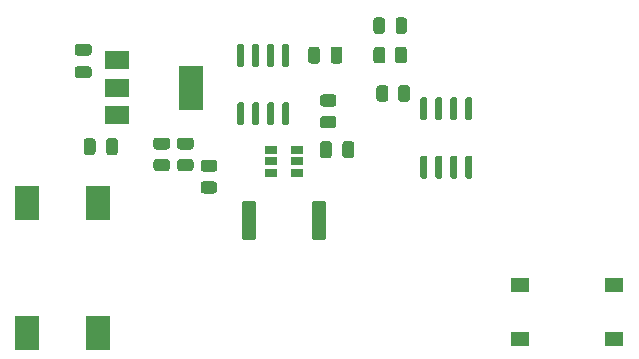
<source format=gbr>
%TF.GenerationSoftware,KiCad,Pcbnew,5.99.0+really5.1.10+dfsg1-1*%
%TF.CreationDate,2022-02-08T15:36:29-05:00*%
%TF.ProjectId,hotwire-lite,686f7477-6972-4652-9d6c-6974652e6b69,rev?*%
%TF.SameCoordinates,Original*%
%TF.FileFunction,Paste,Top*%
%TF.FilePolarity,Positive*%
%FSLAX46Y46*%
G04 Gerber Fmt 4.6, Leading zero omitted, Abs format (unit mm)*
G04 Created by KiCad (PCBNEW 5.99.0+really5.1.10+dfsg1-1) date 2022-02-08 15:36:29*
%MOMM*%
%LPD*%
G01*
G04 APERTURE LIST*
%ADD10R,2.000000X3.800000*%
%ADD11R,2.000000X1.500000*%
%ADD12R,2.000000X3.000000*%
%ADD13R,1.060000X0.650000*%
%ADD14R,1.550000X1.300000*%
G04 APERTURE END LIST*
%TO.C,C1*%
G36*
G01*
X76800000Y-70275000D02*
X76800000Y-71225000D01*
G75*
G02*
X76550000Y-71475000I-250000J0D01*
G01*
X76050000Y-71475000D01*
G75*
G02*
X75800000Y-71225000I0J250000D01*
G01*
X75800000Y-70275000D01*
G75*
G02*
X76050000Y-70025000I250000J0D01*
G01*
X76550000Y-70025000D01*
G75*
G02*
X76800000Y-70275000I0J-250000D01*
G01*
G37*
G36*
G01*
X78700000Y-70275000D02*
X78700000Y-71225000D01*
G75*
G02*
X78450000Y-71475000I-250000J0D01*
G01*
X77950000Y-71475000D01*
G75*
G02*
X77700000Y-71225000I0J250000D01*
G01*
X77700000Y-70275000D01*
G75*
G02*
X77950000Y-70025000I250000J0D01*
G01*
X78450000Y-70025000D01*
G75*
G02*
X78700000Y-70275000I0J-250000D01*
G01*
G37*
%TD*%
%TO.C,R6*%
G36*
G01*
X102400000Y-66700002D02*
X102400000Y-65799998D01*
G75*
G02*
X102649998Y-65550000I249998J0D01*
G01*
X103175002Y-65550000D01*
G75*
G02*
X103425000Y-65799998I0J-249998D01*
G01*
X103425000Y-66700002D01*
G75*
G02*
X103175002Y-66950000I-249998J0D01*
G01*
X102649998Y-66950000D01*
G75*
G02*
X102400000Y-66700002I0J249998D01*
G01*
G37*
G36*
G01*
X100575000Y-66700002D02*
X100575000Y-65799998D01*
G75*
G02*
X100824998Y-65550000I249998J0D01*
G01*
X101350002Y-65550000D01*
G75*
G02*
X101600000Y-65799998I0J-249998D01*
G01*
X101600000Y-66700002D01*
G75*
G02*
X101350002Y-66950000I-249998J0D01*
G01*
X100824998Y-66950000D01*
G75*
G02*
X100575000Y-66700002I0J249998D01*
G01*
G37*
%TD*%
%TO.C,R3*%
G36*
G01*
X85949998Y-73687500D02*
X86850002Y-73687500D01*
G75*
G02*
X87100000Y-73937498I0J-249998D01*
G01*
X87100000Y-74462502D01*
G75*
G02*
X86850002Y-74712500I-249998J0D01*
G01*
X85949998Y-74712500D01*
G75*
G02*
X85700000Y-74462502I0J249998D01*
G01*
X85700000Y-73937498D01*
G75*
G02*
X85949998Y-73687500I249998J0D01*
G01*
G37*
G36*
G01*
X85949998Y-71862500D02*
X86850002Y-71862500D01*
G75*
G02*
X87100000Y-72112498I0J-249998D01*
G01*
X87100000Y-72637502D01*
G75*
G02*
X86850002Y-72887500I-249998J0D01*
G01*
X85949998Y-72887500D01*
G75*
G02*
X85700000Y-72637502I0J249998D01*
G01*
X85700000Y-72112498D01*
G75*
G02*
X85949998Y-71862500I249998J0D01*
G01*
G37*
%TD*%
D10*
%TO.C,U1*%
X84900000Y-65750000D03*
D11*
X78600000Y-65750000D03*
X78600000Y-68050000D03*
X78600000Y-63450000D03*
%TD*%
%TO.C,R4*%
G36*
G01*
X101350000Y-62549998D02*
X101350000Y-63450002D01*
G75*
G02*
X101100002Y-63700000I-249998J0D01*
G01*
X100574998Y-63700000D01*
G75*
G02*
X100325000Y-63450002I0J249998D01*
G01*
X100325000Y-62549998D01*
G75*
G02*
X100574998Y-62300000I249998J0D01*
G01*
X101100002Y-62300000D01*
G75*
G02*
X101350000Y-62549998I0J-249998D01*
G01*
G37*
G36*
G01*
X103175000Y-62549998D02*
X103175000Y-63450002D01*
G75*
G02*
X102925002Y-63700000I-249998J0D01*
G01*
X102399998Y-63700000D01*
G75*
G02*
X102150000Y-63450002I0J249998D01*
G01*
X102150000Y-62549998D01*
G75*
G02*
X102399998Y-62300000I249998J0D01*
G01*
X102925002Y-62300000D01*
G75*
G02*
X103175000Y-62549998I0J-249998D01*
G01*
G37*
%TD*%
%TO.C,R5*%
G36*
G01*
X96950002Y-67350000D02*
X96049998Y-67350000D01*
G75*
G02*
X95800000Y-67100002I0J249998D01*
G01*
X95800000Y-66574998D01*
G75*
G02*
X96049998Y-66325000I249998J0D01*
G01*
X96950002Y-66325000D01*
G75*
G02*
X97200000Y-66574998I0J-249998D01*
G01*
X97200000Y-67100002D01*
G75*
G02*
X96950002Y-67350000I-249998J0D01*
G01*
G37*
G36*
G01*
X96950002Y-69175000D02*
X96049998Y-69175000D01*
G75*
G02*
X95800000Y-68925002I0J249998D01*
G01*
X95800000Y-68399998D01*
G75*
G02*
X96049998Y-68150000I249998J0D01*
G01*
X96950002Y-68150000D01*
G75*
G02*
X97200000Y-68399998I0J-249998D01*
G01*
X97200000Y-68925002D01*
G75*
G02*
X96950002Y-69175000I-249998J0D01*
G01*
G37*
%TD*%
%TO.C,R2*%
G36*
G01*
X83949998Y-71800000D02*
X84850002Y-71800000D01*
G75*
G02*
X85100000Y-72049998I0J-249998D01*
G01*
X85100000Y-72575002D01*
G75*
G02*
X84850002Y-72825000I-249998J0D01*
G01*
X83949998Y-72825000D01*
G75*
G02*
X83700000Y-72575002I0J249998D01*
G01*
X83700000Y-72049998D01*
G75*
G02*
X83949998Y-71800000I249998J0D01*
G01*
G37*
G36*
G01*
X83949998Y-69975000D02*
X84850002Y-69975000D01*
G75*
G02*
X85100000Y-70224998I0J-249998D01*
G01*
X85100000Y-70750002D01*
G75*
G02*
X84850002Y-71000000I-249998J0D01*
G01*
X83949998Y-71000000D01*
G75*
G02*
X83700000Y-70750002I0J249998D01*
G01*
X83700000Y-70224998D01*
G75*
G02*
X83949998Y-69975000I249998J0D01*
G01*
G37*
%TD*%
%TO.C,R1*%
G36*
G01*
X82850002Y-71000000D02*
X81949998Y-71000000D01*
G75*
G02*
X81700000Y-70750002I0J249998D01*
G01*
X81700000Y-70224998D01*
G75*
G02*
X81949998Y-69975000I249998J0D01*
G01*
X82850002Y-69975000D01*
G75*
G02*
X83100000Y-70224998I0J-249998D01*
G01*
X83100000Y-70750002D01*
G75*
G02*
X82850002Y-71000000I-249998J0D01*
G01*
G37*
G36*
G01*
X82850002Y-72825000D02*
X81949998Y-72825000D01*
G75*
G02*
X81700000Y-72575002I0J249998D01*
G01*
X81700000Y-72049998D01*
G75*
G02*
X81949998Y-71800000I249998J0D01*
G01*
X82850002Y-71800000D01*
G75*
G02*
X83100000Y-72049998I0J-249998D01*
G01*
X83100000Y-72575002D01*
G75*
G02*
X82850002Y-72825000I-249998J0D01*
G01*
G37*
%TD*%
%TO.C,D1*%
G36*
G01*
X101300000Y-60043750D02*
X101300000Y-60956250D01*
G75*
G02*
X101056250Y-61200000I-243750J0D01*
G01*
X100568750Y-61200000D01*
G75*
G02*
X100325000Y-60956250I0J243750D01*
G01*
X100325000Y-60043750D01*
G75*
G02*
X100568750Y-59800000I243750J0D01*
G01*
X101056250Y-59800000D01*
G75*
G02*
X101300000Y-60043750I0J-243750D01*
G01*
G37*
G36*
G01*
X103175000Y-60043750D02*
X103175000Y-60956250D01*
G75*
G02*
X102931250Y-61200000I-243750J0D01*
G01*
X102443750Y-61200000D01*
G75*
G02*
X102200000Y-60956250I0J243750D01*
G01*
X102200000Y-60043750D01*
G75*
G02*
X102443750Y-59800000I243750J0D01*
G01*
X102931250Y-59800000D01*
G75*
G02*
X103175000Y-60043750I0J-243750D01*
G01*
G37*
%TD*%
%TO.C,C4*%
G36*
G01*
X97700000Y-71475000D02*
X97700000Y-70525000D01*
G75*
G02*
X97950000Y-70275000I250000J0D01*
G01*
X98450000Y-70275000D01*
G75*
G02*
X98700000Y-70525000I0J-250000D01*
G01*
X98700000Y-71475000D01*
G75*
G02*
X98450000Y-71725000I-250000J0D01*
G01*
X97950000Y-71725000D01*
G75*
G02*
X97700000Y-71475000I0J250000D01*
G01*
G37*
G36*
G01*
X95800000Y-71475000D02*
X95800000Y-70525000D01*
G75*
G02*
X96050000Y-70275000I250000J0D01*
G01*
X96550000Y-70275000D01*
G75*
G02*
X96800000Y-70525000I0J-250000D01*
G01*
X96800000Y-71475000D01*
G75*
G02*
X96550000Y-71725000I-250000J0D01*
G01*
X96050000Y-71725000D01*
G75*
G02*
X95800000Y-71475000I0J250000D01*
G01*
G37*
%TD*%
%TO.C,C3*%
G36*
G01*
X96700000Y-63475000D02*
X96700000Y-62525000D01*
G75*
G02*
X96950000Y-62275000I250000J0D01*
G01*
X97450000Y-62275000D01*
G75*
G02*
X97700000Y-62525000I0J-250000D01*
G01*
X97700000Y-63475000D01*
G75*
G02*
X97450000Y-63725000I-250000J0D01*
G01*
X96950000Y-63725000D01*
G75*
G02*
X96700000Y-63475000I0J250000D01*
G01*
G37*
G36*
G01*
X94800000Y-63475000D02*
X94800000Y-62525000D01*
G75*
G02*
X95050000Y-62275000I250000J0D01*
G01*
X95550000Y-62275000D01*
G75*
G02*
X95800000Y-62525000I0J-250000D01*
G01*
X95800000Y-63475000D01*
G75*
G02*
X95550000Y-63725000I-250000J0D01*
G01*
X95050000Y-63725000D01*
G75*
G02*
X94800000Y-63475000I0J250000D01*
G01*
G37*
%TD*%
%TO.C,C2*%
G36*
G01*
X76225000Y-63050000D02*
X75275000Y-63050000D01*
G75*
G02*
X75025000Y-62800000I0J250000D01*
G01*
X75025000Y-62300000D01*
G75*
G02*
X75275000Y-62050000I250000J0D01*
G01*
X76225000Y-62050000D01*
G75*
G02*
X76475000Y-62300000I0J-250000D01*
G01*
X76475000Y-62800000D01*
G75*
G02*
X76225000Y-63050000I-250000J0D01*
G01*
G37*
G36*
G01*
X76225000Y-64950000D02*
X75275000Y-64950000D01*
G75*
G02*
X75025000Y-64700000I0J250000D01*
G01*
X75025000Y-64200000D01*
G75*
G02*
X75275000Y-63950000I250000J0D01*
G01*
X76225000Y-63950000D01*
G75*
G02*
X76475000Y-64200000I0J-250000D01*
G01*
X76475000Y-64700000D01*
G75*
G02*
X76225000Y-64950000I-250000J0D01*
G01*
G37*
%TD*%
D12*
%TO.C,J1*%
X71000000Y-86500000D03*
X77000000Y-86500000D03*
X77000000Y-75500000D03*
X71000000Y-75500000D03*
%TD*%
%TO.C,U2*%
G36*
G01*
X92755000Y-67000000D02*
X93055000Y-67000000D01*
G75*
G02*
X93205000Y-67150000I0J-150000D01*
G01*
X93205000Y-68800000D01*
G75*
G02*
X93055000Y-68950000I-150000J0D01*
G01*
X92755000Y-68950000D01*
G75*
G02*
X92605000Y-68800000I0J150000D01*
G01*
X92605000Y-67150000D01*
G75*
G02*
X92755000Y-67000000I150000J0D01*
G01*
G37*
G36*
G01*
X91485000Y-67000000D02*
X91785000Y-67000000D01*
G75*
G02*
X91935000Y-67150000I0J-150000D01*
G01*
X91935000Y-68800000D01*
G75*
G02*
X91785000Y-68950000I-150000J0D01*
G01*
X91485000Y-68950000D01*
G75*
G02*
X91335000Y-68800000I0J150000D01*
G01*
X91335000Y-67150000D01*
G75*
G02*
X91485000Y-67000000I150000J0D01*
G01*
G37*
G36*
G01*
X90215000Y-67000000D02*
X90515000Y-67000000D01*
G75*
G02*
X90665000Y-67150000I0J-150000D01*
G01*
X90665000Y-68800000D01*
G75*
G02*
X90515000Y-68950000I-150000J0D01*
G01*
X90215000Y-68950000D01*
G75*
G02*
X90065000Y-68800000I0J150000D01*
G01*
X90065000Y-67150000D01*
G75*
G02*
X90215000Y-67000000I150000J0D01*
G01*
G37*
G36*
G01*
X88945000Y-67000000D02*
X89245000Y-67000000D01*
G75*
G02*
X89395000Y-67150000I0J-150000D01*
G01*
X89395000Y-68800000D01*
G75*
G02*
X89245000Y-68950000I-150000J0D01*
G01*
X88945000Y-68950000D01*
G75*
G02*
X88795000Y-68800000I0J150000D01*
G01*
X88795000Y-67150000D01*
G75*
G02*
X88945000Y-67000000I150000J0D01*
G01*
G37*
G36*
G01*
X88945000Y-62050000D02*
X89245000Y-62050000D01*
G75*
G02*
X89395000Y-62200000I0J-150000D01*
G01*
X89395000Y-63850000D01*
G75*
G02*
X89245000Y-64000000I-150000J0D01*
G01*
X88945000Y-64000000D01*
G75*
G02*
X88795000Y-63850000I0J150000D01*
G01*
X88795000Y-62200000D01*
G75*
G02*
X88945000Y-62050000I150000J0D01*
G01*
G37*
G36*
G01*
X90215000Y-62050000D02*
X90515000Y-62050000D01*
G75*
G02*
X90665000Y-62200000I0J-150000D01*
G01*
X90665000Y-63850000D01*
G75*
G02*
X90515000Y-64000000I-150000J0D01*
G01*
X90215000Y-64000000D01*
G75*
G02*
X90065000Y-63850000I0J150000D01*
G01*
X90065000Y-62200000D01*
G75*
G02*
X90215000Y-62050000I150000J0D01*
G01*
G37*
G36*
G01*
X91485000Y-62050000D02*
X91785000Y-62050000D01*
G75*
G02*
X91935000Y-62200000I0J-150000D01*
G01*
X91935000Y-63850000D01*
G75*
G02*
X91785000Y-64000000I-150000J0D01*
G01*
X91485000Y-64000000D01*
G75*
G02*
X91335000Y-63850000I0J150000D01*
G01*
X91335000Y-62200000D01*
G75*
G02*
X91485000Y-62050000I150000J0D01*
G01*
G37*
G36*
G01*
X92755000Y-62050000D02*
X93055000Y-62050000D01*
G75*
G02*
X93205000Y-62200000I0J-150000D01*
G01*
X93205000Y-63850000D01*
G75*
G02*
X93055000Y-64000000I-150000J0D01*
G01*
X92755000Y-64000000D01*
G75*
G02*
X92605000Y-63850000I0J150000D01*
G01*
X92605000Y-62200000D01*
G75*
G02*
X92755000Y-62050000I150000J0D01*
G01*
G37*
%TD*%
%TO.C,Q1*%
G36*
G01*
X108255000Y-71500000D02*
X108555000Y-71500000D01*
G75*
G02*
X108705000Y-71650000I0J-150000D01*
G01*
X108705000Y-73300000D01*
G75*
G02*
X108555000Y-73450000I-150000J0D01*
G01*
X108255000Y-73450000D01*
G75*
G02*
X108105000Y-73300000I0J150000D01*
G01*
X108105000Y-71650000D01*
G75*
G02*
X108255000Y-71500000I150000J0D01*
G01*
G37*
G36*
G01*
X106985000Y-71500000D02*
X107285000Y-71500000D01*
G75*
G02*
X107435000Y-71650000I0J-150000D01*
G01*
X107435000Y-73300000D01*
G75*
G02*
X107285000Y-73450000I-150000J0D01*
G01*
X106985000Y-73450000D01*
G75*
G02*
X106835000Y-73300000I0J150000D01*
G01*
X106835000Y-71650000D01*
G75*
G02*
X106985000Y-71500000I150000J0D01*
G01*
G37*
G36*
G01*
X105715000Y-71500000D02*
X106015000Y-71500000D01*
G75*
G02*
X106165000Y-71650000I0J-150000D01*
G01*
X106165000Y-73300000D01*
G75*
G02*
X106015000Y-73450000I-150000J0D01*
G01*
X105715000Y-73450000D01*
G75*
G02*
X105565000Y-73300000I0J150000D01*
G01*
X105565000Y-71650000D01*
G75*
G02*
X105715000Y-71500000I150000J0D01*
G01*
G37*
G36*
G01*
X104445000Y-71500000D02*
X104745000Y-71500000D01*
G75*
G02*
X104895000Y-71650000I0J-150000D01*
G01*
X104895000Y-73300000D01*
G75*
G02*
X104745000Y-73450000I-150000J0D01*
G01*
X104445000Y-73450000D01*
G75*
G02*
X104295000Y-73300000I0J150000D01*
G01*
X104295000Y-71650000D01*
G75*
G02*
X104445000Y-71500000I150000J0D01*
G01*
G37*
G36*
G01*
X104445000Y-66550000D02*
X104745000Y-66550000D01*
G75*
G02*
X104895000Y-66700000I0J-150000D01*
G01*
X104895000Y-68350000D01*
G75*
G02*
X104745000Y-68500000I-150000J0D01*
G01*
X104445000Y-68500000D01*
G75*
G02*
X104295000Y-68350000I0J150000D01*
G01*
X104295000Y-66700000D01*
G75*
G02*
X104445000Y-66550000I150000J0D01*
G01*
G37*
G36*
G01*
X105715000Y-66550000D02*
X106015000Y-66550000D01*
G75*
G02*
X106165000Y-66700000I0J-150000D01*
G01*
X106165000Y-68350000D01*
G75*
G02*
X106015000Y-68500000I-150000J0D01*
G01*
X105715000Y-68500000D01*
G75*
G02*
X105565000Y-68350000I0J150000D01*
G01*
X105565000Y-66700000D01*
G75*
G02*
X105715000Y-66550000I150000J0D01*
G01*
G37*
G36*
G01*
X106985000Y-66550000D02*
X107285000Y-66550000D01*
G75*
G02*
X107435000Y-66700000I0J-150000D01*
G01*
X107435000Y-68350000D01*
G75*
G02*
X107285000Y-68500000I-150000J0D01*
G01*
X106985000Y-68500000D01*
G75*
G02*
X106835000Y-68350000I0J150000D01*
G01*
X106835000Y-66700000D01*
G75*
G02*
X106985000Y-66550000I150000J0D01*
G01*
G37*
G36*
G01*
X108255000Y-66550000D02*
X108555000Y-66550000D01*
G75*
G02*
X108705000Y-66700000I0J-150000D01*
G01*
X108705000Y-68350000D01*
G75*
G02*
X108555000Y-68500000I-150000J0D01*
G01*
X108255000Y-68500000D01*
G75*
G02*
X108105000Y-68350000I0J150000D01*
G01*
X108105000Y-66700000D01*
G75*
G02*
X108255000Y-66550000I150000J0D01*
G01*
G37*
%TD*%
%TO.C,SHUNT*%
G36*
G01*
X95100000Y-78425001D02*
X95100000Y-75574999D01*
G75*
G02*
X95349999Y-75325000I249999J0D01*
G01*
X96075001Y-75325000D01*
G75*
G02*
X96325000Y-75574999I0J-249999D01*
G01*
X96325000Y-78425001D01*
G75*
G02*
X96075001Y-78675000I-249999J0D01*
G01*
X95349999Y-78675000D01*
G75*
G02*
X95100000Y-78425001I0J249999D01*
G01*
G37*
G36*
G01*
X89175000Y-78425001D02*
X89175000Y-75574999D01*
G75*
G02*
X89424999Y-75325000I249999J0D01*
G01*
X90150001Y-75325000D01*
G75*
G02*
X90400000Y-75574999I0J-249999D01*
G01*
X90400000Y-78425001D01*
G75*
G02*
X90150001Y-78675000I-249999J0D01*
G01*
X89424999Y-78675000D01*
G75*
G02*
X89175000Y-78425001I0J249999D01*
G01*
G37*
%TD*%
D13*
%TO.C,U3*%
X93850000Y-72000000D03*
X93850000Y-71050000D03*
X93850000Y-72950000D03*
X91650000Y-72950000D03*
X91650000Y-72000000D03*
X91650000Y-71050000D03*
%TD*%
D14*
%TO.C,SW1*%
X112770000Y-87000000D03*
X112770000Y-82500000D03*
X120730000Y-82500000D03*
X120730000Y-87000000D03*
%TD*%
M02*

</source>
